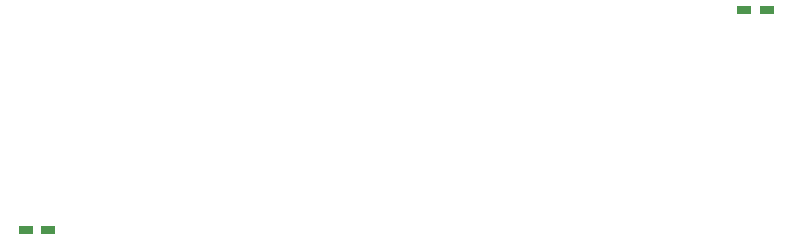
<source format=gtp>
G04 #@! TF.GenerationSoftware,KiCad,Pcbnew,(5.1.6-0-10_14)*
G04 #@! TF.CreationDate,2021-12-08T11:35:56+09:00*
G04 #@! TF.ProjectId,qPCR-panel_led_20211208,71504352-2d70-4616-9e65-6c5f6c65645f,rev?*
G04 #@! TF.SameCoordinates,Original*
G04 #@! TF.FileFunction,Paste,Top*
G04 #@! TF.FilePolarity,Positive*
%FSLAX46Y46*%
G04 Gerber Fmt 4.6, Leading zero omitted, Abs format (unit mm)*
G04 Created by KiCad (PCBNEW (5.1.6-0-10_14)) date 2021-12-08 11:35:56*
%MOMM*%
%LPD*%
G01*
G04 APERTURE LIST*
%ADD10R,1.200000X0.750000*%
G04 APERTURE END LIST*
D10*
G04 #@! TO.C,C1*
X157285000Y-53419640D03*
X155385000Y-53419640D03*
G04 #@! TD*
G04 #@! TO.C,C1*
X94550000Y-71999640D03*
X96450000Y-71999640D03*
G04 #@! TD*
M02*

</source>
